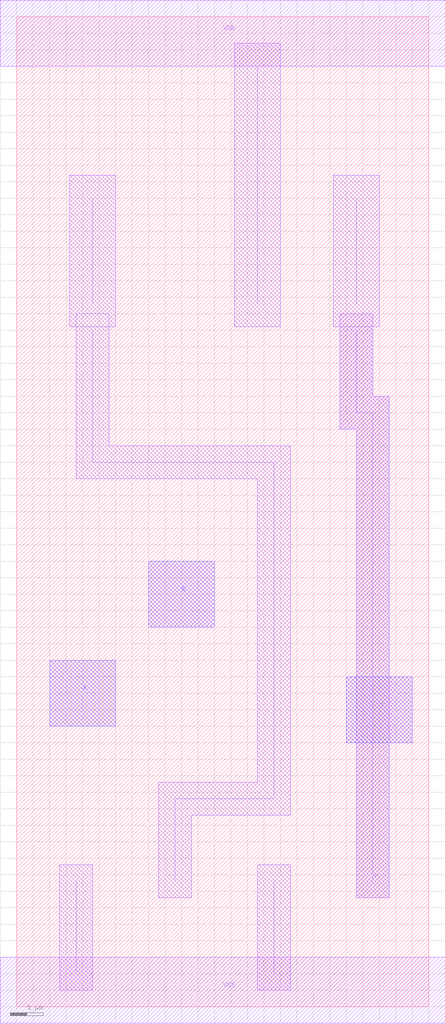
<source format=lef>
VERSION 5.5 ;
NAMESCASESENSITIVE ON ;
BUSBITCHARS "[]" ;
DIVIDERCHAR "/" ;

MACRO or21
  CLASS CORE ;
  SOURCE USER ;
  ORIGIN 0 0 ;
  SIZE 12.500 BY 30.000 ;
  SYMMETRY X Y ;
  SITE unit ;
 
  PIN A
    USE SIGNAL ;
    PORT
      LAYER ML1 ;
        POLYGON 1.000 8.500  1.000 10.500  3.000 10.500  3.000 8.500  1.000 
        8.500  ;
    END
    PORT
      LAYER ML2 ;
        POLYGON 1.000 8.500  1.000 10.500  3.000 10.500  3.000 8.500  1.000 
        8.500  ;
    END
  END A
  PIN B
    USE SIGNAL ;
    PORT
      LAYER ML1 ;
        POLYGON 4.000 11.500  4.000 13.500  6.000 13.500  6.000 11.500  4.000 
        11.500  ;
    END
    PORT
      LAYER ML2 ;
        POLYGON 4.000 11.500  4.000 13.500  6.000 13.500  6.000 11.500  4.000 
        11.500  ;
    END
  END B
  PIN VDD
    USE POWER ;
    PORT
      LAYER ML1 ;
        RECT -0.500 28.500  13.000 30.500  ;
    END
  END VDD
  PIN VSS
    USE GROUND ;
    PORT
      LAYER ML1 ;
        RECT -0.500 -0.500  13.000 1.500  ;
    END
  END VSS
  PIN Y
    USE SIGNAL ;
    PORT
      LAYER ML1 ;
        WIDTH 1.000  ;
        PATH 10.800 3.800 10.800 18.000 10.300 18.000 10.300 20.500  ;
    END
    PORT
      LAYER ML1 ;
        POLYGON 10.000 8.000  10.000 10.000  12.000 10.000  12.000 8.000  
        10.000 8.000  ;
    END
    PORT
      LAYER ML2 ;
        POLYGON 10.000 8.000  10.000 10.000  12.000 10.000  12.000 8.000  
        10.000 8.000  ;
    END
  END Y
  OBS

    LAYER ML1 ;
      WIDTH 1.000  ;
      PATH 1.800 1.000 1.800 3.800  ;

      WIDTH 1.400  ;
      PATH 2.300 21.300 2.300 24.500  ;

      WIDTH 1.000  ;
      PATH 4.800 3.800 4.800 6.300 7.800 6.300 7.800 16.500 2.300 16.500 2.300 
      20.500  ;

      WIDTH 1.400  ;
      PATH 7.300 21.300 7.300 28.500  ;
      WIDTH 1.000  ;
      PATH 7.800 1.000 7.800 3.800  ;
      WIDTH 1.400  ;
      PATH 10.300 21.300 10.300 24.500  ;
      WIDTH 1.000  ;
      PATH 10.800 3.800 10.800 18.000 10.300 18.000 10.300 20.500  ;

    VIA 1.800 3.800  dcont ;
    VIA 2.300 22.500  dcont ;
    VIA 2.300 20.500  dcont ;
    VIA 2.300 24.500  dcont ;
    VIA 4.800 3.800  dcont ;
    VIA 7.300 20.500  dcont ;
    VIA 7.300 22.500  dcont ;
    VIA 7.300 24.500  dcont ;
    VIA 7.800 3.800  dcont ;
    VIA 10.300 22.500  dcont ;
    VIA 10.300 20.500  dcont ;
    VIA 10.300 24.500  dcont ;
    VIA 10.800 3.800  dcont ;
    VIA 5.500 29.500  nsubcont ;
    VIA 5.000 12.500  pcont ;
    VIA 8.300 12.500  pcont ;
    VIA 2.000 9.500  pcont ;
    VIA 5.000 0.500  psubcont ;
  END
END or21

MACRO dcont
  CLASS CORE ;
  OBS
    LAYER ML1 ;
      RECT -1.000 -1.000  1.000 1.000  ;
  END
END dcont

MACRO nsubcont
  CLASS CORE ;
  OBS
    LAYER ML1 ;
      RECT -1.000 -1.000  1.000 1.000  ;
  END
END nsubcont

MACRO pcont
  CLASS CORE ;
  OBS
    LAYER ML1 ;
      RECT -1.000 -1.000  1.000 1.000  ;
  END
END pcont

MACRO psubcont
  CLASS CORE ;
  OBS
    LAYER ML1 ;
      RECT -1.000 -1.000  1.000 1.000  ;
  END
END psubcont


END LIBRARY

</source>
